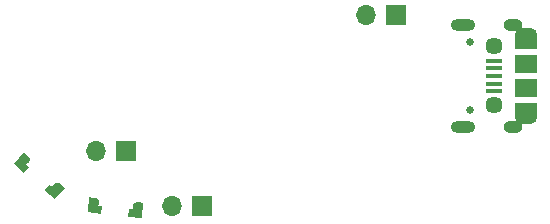
<source format=gbr>
G04 #@! TF.GenerationSoftware,KiCad,Pcbnew,(5.1.10)-1*
G04 #@! TF.CreationDate,2021-07-14T09:56:37-05:00*
G04 #@! TF.ProjectId,temp sensor,74656d70-2073-4656-9e73-6f722e6b6963,0.2*
G04 #@! TF.SameCoordinates,Original*
G04 #@! TF.FileFunction,Soldermask,Bot*
G04 #@! TF.FilePolarity,Negative*
%FSLAX45Y45*%
G04 Gerber Fmt 4.5, Leading zero omitted, Abs format (unit mm)*
G04 Created by KiCad (PCBNEW (5.1.10)-1) date 2021-07-14 09:56:37*
%MOMM*%
%LPD*%
G01*
G04 APERTURE LIST*
%ADD10C,0.100000*%
%ADD11O,1.700000X1.700000*%
%ADD12R,1.700000X1.700000*%
%ADD13R,1.900000X1.500000*%
%ADD14C,1.450000*%
%ADD15R,1.350000X0.400000*%
%ADD16O,1.900000X1.200000*%
%ADD17R,1.900000X1.200000*%
%ADD18O,1.600000X1.000000*%
%ADD19C,0.650000*%
%ADD20O,2.100000X1.000000*%
G04 APERTURE END LIST*
D10*
G04 #@! TO.C,SW1*
G36*
X12073917Y-9909106D02*
G01*
X12104105Y-9935349D01*
X12103608Y-9935920D01*
X12105052Y-9936745D01*
X12108253Y-9939018D01*
X12111215Y-9941593D01*
X12113911Y-9944447D01*
X12116314Y-9947550D01*
X12118402Y-9950875D01*
X12120153Y-9954388D01*
X12121552Y-9958056D01*
X12122584Y-9961843D01*
X12123241Y-9965713D01*
X12123514Y-9969629D01*
X12123403Y-9973552D01*
X12122908Y-9977447D01*
X12122033Y-9981273D01*
X12120788Y-9984996D01*
X12119183Y-9988578D01*
X12117235Y-9991986D01*
X12114963Y-9995187D01*
X12112387Y-9998150D01*
X12109534Y-10000846D01*
X12106430Y-10003249D01*
X12103106Y-10005336D01*
X12099593Y-10007088D01*
X12095925Y-10008486D01*
X12092138Y-10009519D01*
X12090643Y-10009772D01*
X12118064Y-10033609D01*
X12075421Y-10082665D01*
X11988629Y-10007219D01*
X12073917Y-9909106D01*
G37*
G36*
X12291648Y-10184503D02*
G01*
X12319069Y-10208340D01*
X12319112Y-10206824D01*
X12319607Y-10202930D01*
X12320482Y-10199104D01*
X12321728Y-10195381D01*
X12323332Y-10191798D01*
X12325280Y-10188390D01*
X12327552Y-10185190D01*
X12330128Y-10182227D01*
X12332981Y-10179531D01*
X12336085Y-10177128D01*
X12339409Y-10175041D01*
X12342922Y-10173289D01*
X12346590Y-10171891D01*
X12350377Y-10170858D01*
X12354247Y-10170202D01*
X12358163Y-10169928D01*
X12362087Y-10170039D01*
X12365981Y-10170535D01*
X12369808Y-10171409D01*
X12373530Y-10172655D01*
X12377113Y-10174259D01*
X12380521Y-10176207D01*
X12383722Y-10178480D01*
X12386684Y-10181055D01*
X12389380Y-10183908D01*
X12390398Y-10185223D01*
X12390895Y-10184651D01*
X12421083Y-10210894D01*
X12335795Y-10309006D01*
X12249004Y-10233559D01*
X12291648Y-10184503D01*
G37*
G04 #@! TD*
D11*
G04 #@! TO.C,J2*
X12683236Y-9896602D03*
D12*
X12937236Y-9896602D03*
G04 #@! TD*
D13*
G04 #@! TO.C,J4*
X16326250Y-9365000D03*
D14*
X16056250Y-9015000D03*
D15*
X16056250Y-9200000D03*
X16056250Y-9135000D03*
X16056250Y-9395000D03*
X16056250Y-9330000D03*
X16056250Y-9265000D03*
D14*
X16056250Y-9515000D03*
D13*
X16326250Y-9165000D03*
D16*
X16326250Y-8915000D03*
X16326250Y-9615000D03*
D17*
X16326250Y-9555000D03*
X16326250Y-8975000D03*
G04 #@! TD*
D11*
G04 #@! TO.C,J5*
X14975078Y-8750808D03*
D12*
X15229078Y-8750808D03*
G04 #@! TD*
D11*
G04 #@! TO.C,J6*
X13328500Y-10365000D03*
D12*
X13582500Y-10365000D03*
G04 #@! TD*
D10*
G04 #@! TO.C,SW2*
G36*
X12628760Y-10290958D02*
G01*
X12668541Y-10295140D01*
X12668462Y-10295893D01*
X12670117Y-10295741D01*
X12674043Y-10295766D01*
X12677947Y-10296177D01*
X12681791Y-10296968D01*
X12685540Y-10298132D01*
X12689157Y-10299658D01*
X12692607Y-10301531D01*
X12695856Y-10303733D01*
X12698874Y-10306243D01*
X12701632Y-10309037D01*
X12704102Y-10312087D01*
X12706262Y-10315365D01*
X12708089Y-10318839D01*
X12709568Y-10322476D01*
X12710683Y-10326239D01*
X12711423Y-10330094D01*
X12711782Y-10334003D01*
X12711757Y-10337929D01*
X12711346Y-10341832D01*
X12710555Y-10345677D01*
X12709391Y-10349426D01*
X12707865Y-10353043D01*
X12705992Y-10356493D01*
X12703790Y-10359742D01*
X12701280Y-10362760D01*
X12700201Y-10363825D01*
X12736336Y-10367623D01*
X12729541Y-10432267D01*
X12615171Y-10420246D01*
X12628760Y-10290958D01*
G37*
G36*
X12965076Y-10391665D02*
G01*
X13001210Y-10395463D01*
X13000376Y-10394196D01*
X12998548Y-10390723D01*
X12997070Y-10387086D01*
X12995955Y-10383322D01*
X12995214Y-10379467D01*
X12994855Y-10375559D01*
X12994881Y-10371633D01*
X12995291Y-10367729D01*
X12996082Y-10363884D01*
X12997246Y-10360136D01*
X12998772Y-10356519D01*
X13000645Y-10353069D01*
X13002847Y-10349820D01*
X13005357Y-10346802D01*
X13008151Y-10344044D01*
X13011202Y-10341574D01*
X13014480Y-10339414D01*
X13017954Y-10337587D01*
X13021590Y-10336108D01*
X13025354Y-10334993D01*
X13029209Y-10334253D01*
X13033118Y-10333894D01*
X13037043Y-10333919D01*
X13040947Y-10334330D01*
X13044792Y-10335121D01*
X13046380Y-10335614D01*
X13046459Y-10334860D01*
X13086240Y-10339042D01*
X13072651Y-10468329D01*
X12958281Y-10456309D01*
X12965076Y-10391665D01*
G37*
G04 #@! TD*
D18*
G04 #@! TO.C,J1*
X16214696Y-8832396D03*
D19*
X15849696Y-8975396D03*
D18*
X16214696Y-9696396D03*
D19*
X15849696Y-9553396D03*
D20*
X15796696Y-9696396D03*
X15796696Y-8832396D03*
G04 #@! TD*
M02*

</source>
